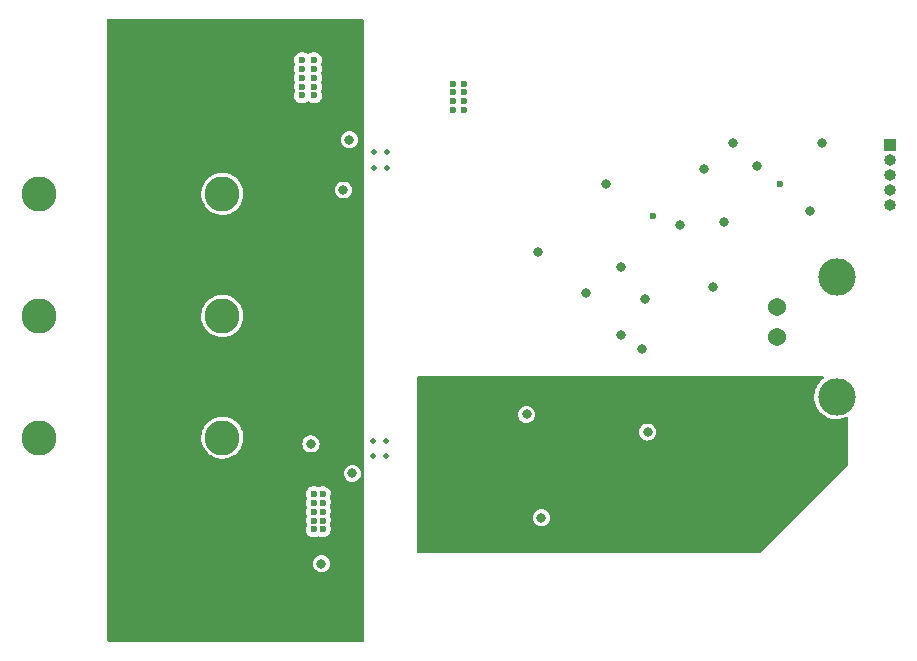
<source format=gbr>
%TF.GenerationSoftware,KiCad,Pcbnew,6.0.4-6f826c9f35~116~ubuntu18.04.1*%
%TF.CreationDate,2022-05-26T20:07:41+01:00*%
%TF.ProjectId,cosmic_ray_detector,636f736d-6963-45f7-9261-795f64657465,1*%
%TF.SameCoordinates,Original*%
%TF.FileFunction,Copper,L3,Inr*%
%TF.FilePolarity,Positive*%
%FSLAX46Y46*%
G04 Gerber Fmt 4.6, Leading zero omitted, Abs format (unit mm)*
G04 Created by KiCad (PCBNEW 6.0.4-6f826c9f35~116~ubuntu18.04.1) date 2022-05-26 20:07:41*
%MOMM*%
%LPD*%
G01*
G04 APERTURE LIST*
%TA.AperFunction,ComponentPad*%
%ADD10C,2.955000*%
%TD*%
%TA.AperFunction,ComponentPad*%
%ADD11C,1.540000*%
%TD*%
%TA.AperFunction,ComponentPad*%
%ADD12C,3.165000*%
%TD*%
%TA.AperFunction,ComponentPad*%
%ADD13C,0.500000*%
%TD*%
%TA.AperFunction,ComponentPad*%
%ADD14R,1.000000X1.000000*%
%TD*%
%TA.AperFunction,ComponentPad*%
%ADD15O,1.000000X1.000000*%
%TD*%
%TA.AperFunction,ViaPad*%
%ADD16C,0.800000*%
%TD*%
%TA.AperFunction,ViaPad*%
%ADD17C,0.600000*%
%TD*%
G04 APERTURE END LIST*
D10*
%TO.N,/Power Regulators/-VIN*%
%TO.C,J3*%
X64750000Y-100970000D03*
X80250000Y-100970000D03*
%TD*%
D11*
%TO.N,GNDA*%
%TO.C,J6*%
X127170000Y-89880000D03*
%TO.N,Net-(J6-Pad1)*%
X127170000Y-92420000D03*
D12*
%TO.N,*%
X132250000Y-87340000D03*
X132250000Y-97500000D03*
%TD*%
D10*
%TO.N,/Power Regulators/+VIN*%
%TO.C,J4*%
X80250000Y-80328100D03*
X64750000Y-80328100D03*
%TD*%
%TO.N,GNDA*%
%TO.C,J5*%
X80250000Y-90670000D03*
X64750000Y-90670000D03*
%TD*%
D13*
%TO.N,GNDA*%
%TO.C,U3*%
X94196000Y-76810000D03*
X94196000Y-78110000D03*
X93096000Y-78110000D03*
X93096000Y-76810000D03*
%TD*%
%TO.N,GNDA*%
%TO.C,U2*%
X94126000Y-101270000D03*
X94126000Y-102570000D03*
X93026000Y-102570000D03*
X93026000Y-101270000D03*
%TD*%
D14*
%TO.N,/threshold_setting/SPI.~{SYNC}*%
%TO.C,J2*%
X136750000Y-76230000D03*
D15*
%TO.N,/threshold_setting/SPI.SCK*%
X136750000Y-77500000D03*
%TO.N,/threshold_setting/SPI.SDI*%
X136750000Y-78770000D03*
%TO.N,/threshold_setting/SPI.SDO*%
X136750000Y-80040000D03*
%TO.N,GNDA*%
X136750000Y-81310000D03*
%TD*%
D16*
%TO.N,GNDA*%
X88640000Y-111650000D03*
X130000000Y-81750000D03*
%TO.N,/Power Regulators/+VIN*%
X91000000Y-75750000D03*
X90500000Y-80000000D03*
%TO.N,/Power Regulators/-VIN*%
X91250000Y-104000000D03*
X87750000Y-101500000D03*
D17*
%TO.N,GNDA*%
X88750000Y-105750000D03*
X88750000Y-106500000D03*
X88750000Y-107250000D03*
X88750000Y-108000000D03*
X88750000Y-108750000D03*
X88000000Y-108750000D03*
X88000000Y-108000000D03*
X88000000Y-107250000D03*
X88000000Y-106500000D03*
X88000000Y-105750000D03*
X88000000Y-69000000D03*
X88000000Y-69750000D03*
X88000000Y-70500000D03*
X88000000Y-71250000D03*
X88000000Y-72000000D03*
X87000000Y-72000000D03*
X87000000Y-71250000D03*
X87000000Y-70500000D03*
X87000000Y-69750000D03*
X87000000Y-69000000D03*
%TO.N,+5VA*%
X99750000Y-73250000D03*
X100750000Y-73250000D03*
X100750000Y-72500000D03*
X99750000Y-72500000D03*
X99750000Y-71750000D03*
X100750000Y-71750000D03*
X100750000Y-71000000D03*
X99750000Y-71000000D03*
%TO.N,-5VA*%
X100000000Y-105250000D03*
X99250000Y-105250000D03*
X98500000Y-105250000D03*
X97750000Y-105250000D03*
X97750000Y-104500000D03*
X98500000Y-104500000D03*
X99250000Y-104500000D03*
X100000000Y-104500000D03*
D16*
%TO.N,GNDA*%
X107000000Y-85250000D03*
X106000000Y-99000000D03*
X116250000Y-100500000D03*
X114000000Y-92250000D03*
X111000000Y-88750000D03*
X114000000Y-86500000D03*
X112750000Y-79500000D03*
%TO.N,+5VA*%
X125500000Y-78000000D03*
X115750000Y-93500000D03*
X116000000Y-89250000D03*
%TO.N,GNDA*%
X107250000Y-107750000D03*
%TO.N,-5VA*%
X105500000Y-102000000D03*
%TO.N,GNDA*%
X121750000Y-88250000D03*
X119000000Y-83000000D03*
X122750000Y-82750000D03*
X121000000Y-78250000D03*
X123500000Y-76000000D03*
X131000000Y-76000000D03*
D17*
%TO.N,/comparator/VREF*%
X116750000Y-82250000D03*
X127500000Y-79500000D03*
%TD*%
%TA.AperFunction,Conductor*%
%TO.N,-5VA*%
G36*
X131135148Y-95770002D02*
G01*
X131181641Y-95823658D01*
X131191745Y-95893932D01*
X131162251Y-95958512D01*
X131140285Y-95978515D01*
X131046665Y-96045417D01*
X130853717Y-96229480D01*
X130688629Y-96438893D01*
X130686392Y-96442745D01*
X130556929Y-96665631D01*
X130556926Y-96665637D01*
X130554695Y-96669478D01*
X130454586Y-96916635D01*
X130390301Y-97175431D01*
X130363122Y-97440702D01*
X130373591Y-97707158D01*
X130421499Y-97969479D01*
X130505891Y-98222434D01*
X130507881Y-98226417D01*
X130507882Y-98226419D01*
X130610186Y-98431159D01*
X130625083Y-98460973D01*
X130776696Y-98680339D01*
X130779718Y-98683608D01*
X130954689Y-98872892D01*
X130954694Y-98872897D01*
X130957705Y-98876154D01*
X131164499Y-99044511D01*
X131392952Y-99182051D01*
X131397047Y-99183785D01*
X131397049Y-99183786D01*
X131634404Y-99284293D01*
X131634411Y-99284295D01*
X131638505Y-99286029D01*
X131896260Y-99354372D01*
X131900684Y-99354896D01*
X131900686Y-99354896D01*
X132006761Y-99367450D01*
X132161072Y-99385714D01*
X132427659Y-99379432D01*
X132578219Y-99354372D01*
X132686310Y-99336381D01*
X132686314Y-99336380D01*
X132690700Y-99335650D01*
X132694941Y-99334309D01*
X132694944Y-99334308D01*
X132940703Y-99256584D01*
X132940705Y-99256583D01*
X132944949Y-99255241D01*
X132948960Y-99253315D01*
X132948965Y-99253313D01*
X133069458Y-99195453D01*
X133139524Y-99183996D01*
X133204662Y-99212239D01*
X133244189Y-99271214D01*
X133250000Y-99309036D01*
X133250000Y-103197810D01*
X133229998Y-103265931D01*
X133213095Y-103286905D01*
X125786905Y-110713095D01*
X125724593Y-110747121D01*
X125697810Y-110750000D01*
X96876000Y-110750000D01*
X96807879Y-110729998D01*
X96761386Y-110676342D01*
X96750000Y-110624000D01*
X96750000Y-107739877D01*
X106525012Y-107739877D01*
X106540785Y-107900748D01*
X106591808Y-108054128D01*
X106595455Y-108060150D01*
X106595456Y-108060152D01*
X106604349Y-108074835D01*
X106675543Y-108192391D01*
X106787830Y-108308668D01*
X106923087Y-108397177D01*
X106929687Y-108399632D01*
X106929688Y-108399632D01*
X107067990Y-108451067D01*
X107067992Y-108451068D01*
X107074592Y-108453522D01*
X107081570Y-108454453D01*
X107081574Y-108454454D01*
X107129806Y-108460889D01*
X107234816Y-108474900D01*
X107241827Y-108474262D01*
X107241831Y-108474262D01*
X107388772Y-108460889D01*
X107395793Y-108460250D01*
X107402495Y-108458072D01*
X107402497Y-108458072D01*
X107542825Y-108412476D01*
X107549525Y-108410299D01*
X107567419Y-108399632D01*
X107682318Y-108331139D01*
X107682320Y-108331138D01*
X107688370Y-108327531D01*
X107805427Y-108216059D01*
X107817788Y-108197455D01*
X107890978Y-108087294D01*
X107894879Y-108081423D01*
X107952280Y-107930315D01*
X107955496Y-107907433D01*
X107974225Y-107774169D01*
X107974226Y-107774162D01*
X107974776Y-107770245D01*
X107975059Y-107750000D01*
X107957041Y-107589364D01*
X107951303Y-107572885D01*
X107906200Y-107443369D01*
X107903882Y-107436712D01*
X107898197Y-107427613D01*
X107821957Y-107305605D01*
X107818224Y-107299631D01*
X107704325Y-107184934D01*
X107567845Y-107098321D01*
X107542658Y-107089352D01*
X107422203Y-107046460D01*
X107422198Y-107046459D01*
X107415568Y-107044098D01*
X107408582Y-107043265D01*
X107408578Y-107043264D01*
X107294624Y-107029676D01*
X107255062Y-107024959D01*
X107248059Y-107025695D01*
X107248058Y-107025695D01*
X107206808Y-107030031D01*
X107094304Y-107041855D01*
X107087636Y-107044125D01*
X106947952Y-107091677D01*
X106947949Y-107091678D01*
X106941285Y-107093947D01*
X106935290Y-107097635D01*
X106935286Y-107097637D01*
X106809610Y-107174954D01*
X106803609Y-107178646D01*
X106688120Y-107291741D01*
X106600556Y-107427613D01*
X106598145Y-107434236D01*
X106598144Y-107434239D01*
X106547681Y-107572885D01*
X106547680Y-107572890D01*
X106545271Y-107579508D01*
X106525012Y-107739877D01*
X96750000Y-107739877D01*
X96750000Y-100489877D01*
X115525012Y-100489877D01*
X115540785Y-100650748D01*
X115591808Y-100804128D01*
X115595455Y-100810150D01*
X115595456Y-100810152D01*
X115604349Y-100824835D01*
X115675543Y-100942391D01*
X115787830Y-101058668D01*
X115923087Y-101147177D01*
X115929687Y-101149632D01*
X115929688Y-101149632D01*
X116067990Y-101201067D01*
X116067992Y-101201068D01*
X116074592Y-101203522D01*
X116081570Y-101204453D01*
X116081574Y-101204454D01*
X116129806Y-101210889D01*
X116234816Y-101224900D01*
X116241827Y-101224262D01*
X116241831Y-101224262D01*
X116388772Y-101210889D01*
X116395793Y-101210250D01*
X116402495Y-101208072D01*
X116402497Y-101208072D01*
X116542825Y-101162476D01*
X116549525Y-101160299D01*
X116567419Y-101149632D01*
X116682318Y-101081139D01*
X116682320Y-101081138D01*
X116688370Y-101077531D01*
X116805427Y-100966059D01*
X116817788Y-100947455D01*
X116890978Y-100837294D01*
X116894879Y-100831423D01*
X116952280Y-100680315D01*
X116955496Y-100657433D01*
X116974225Y-100524169D01*
X116974226Y-100524162D01*
X116974776Y-100520245D01*
X116975059Y-100500000D01*
X116957041Y-100339364D01*
X116951303Y-100322885D01*
X116906200Y-100193369D01*
X116903882Y-100186712D01*
X116898197Y-100177613D01*
X116821957Y-100055605D01*
X116818224Y-100049631D01*
X116704325Y-99934934D01*
X116567845Y-99848321D01*
X116542658Y-99839352D01*
X116422203Y-99796460D01*
X116422198Y-99796459D01*
X116415568Y-99794098D01*
X116408582Y-99793265D01*
X116408578Y-99793264D01*
X116294624Y-99779676D01*
X116255062Y-99774959D01*
X116248059Y-99775695D01*
X116248058Y-99775695D01*
X116206808Y-99780031D01*
X116094304Y-99791855D01*
X116087636Y-99794125D01*
X115947952Y-99841677D01*
X115947949Y-99841678D01*
X115941285Y-99843947D01*
X115935290Y-99847635D01*
X115935286Y-99847637D01*
X115809610Y-99924954D01*
X115803609Y-99928646D01*
X115688120Y-100041741D01*
X115600556Y-100177613D01*
X115598145Y-100184236D01*
X115598144Y-100184239D01*
X115547681Y-100322885D01*
X115547680Y-100322890D01*
X115545271Y-100329508D01*
X115525012Y-100489877D01*
X96750000Y-100489877D01*
X96750000Y-98989877D01*
X105275012Y-98989877D01*
X105290785Y-99150748D01*
X105341808Y-99304128D01*
X105345455Y-99310150D01*
X105345456Y-99310152D01*
X105391155Y-99385609D01*
X105425543Y-99442391D01*
X105537830Y-99558668D01*
X105673087Y-99647177D01*
X105679687Y-99649632D01*
X105679688Y-99649632D01*
X105817990Y-99701067D01*
X105817992Y-99701068D01*
X105824592Y-99703522D01*
X105831570Y-99704453D01*
X105831574Y-99704454D01*
X105879806Y-99710889D01*
X105984816Y-99724900D01*
X105991827Y-99724262D01*
X105991831Y-99724262D01*
X106138772Y-99710889D01*
X106145793Y-99710250D01*
X106152495Y-99708072D01*
X106152497Y-99708072D01*
X106292825Y-99662476D01*
X106299525Y-99660299D01*
X106317419Y-99649632D01*
X106432318Y-99581139D01*
X106432320Y-99581138D01*
X106438370Y-99577531D01*
X106555427Y-99466059D01*
X106567788Y-99447455D01*
X106613468Y-99378700D01*
X106644879Y-99331423D01*
X106702280Y-99180315D01*
X106705496Y-99157433D01*
X106724225Y-99024169D01*
X106724226Y-99024162D01*
X106724776Y-99020245D01*
X106725059Y-99000000D01*
X106707041Y-98839364D01*
X106701303Y-98822885D01*
X106656200Y-98693369D01*
X106653882Y-98686712D01*
X106648197Y-98677613D01*
X106571957Y-98555605D01*
X106568224Y-98549631D01*
X106454325Y-98434934D01*
X106317845Y-98348321D01*
X106292658Y-98339352D01*
X106172203Y-98296460D01*
X106172198Y-98296459D01*
X106165568Y-98294098D01*
X106158582Y-98293265D01*
X106158578Y-98293264D01*
X106044624Y-98279676D01*
X106005062Y-98274959D01*
X105998059Y-98275695D01*
X105998058Y-98275695D01*
X105956808Y-98280031D01*
X105844304Y-98291855D01*
X105837636Y-98294125D01*
X105697952Y-98341677D01*
X105697949Y-98341678D01*
X105691285Y-98343947D01*
X105685290Y-98347635D01*
X105685286Y-98347637D01*
X105627215Y-98383363D01*
X105553609Y-98428646D01*
X105438120Y-98541741D01*
X105350556Y-98677613D01*
X105348145Y-98684236D01*
X105348144Y-98684239D01*
X105297681Y-98822885D01*
X105297680Y-98822890D01*
X105295271Y-98829508D01*
X105275012Y-98989877D01*
X96750000Y-98989877D01*
X96750000Y-95876000D01*
X96770002Y-95807879D01*
X96823658Y-95761386D01*
X96876000Y-95750000D01*
X131067027Y-95750000D01*
X131135148Y-95770002D01*
G37*
%TD.AperFunction*%
%TD*%
%TA.AperFunction,NonConductor*%
G36*
X92192121Y-65520002D02*
G01*
X92238614Y-65573658D01*
X92250000Y-65626000D01*
X92250000Y-118124000D01*
X92229998Y-118192121D01*
X92176342Y-118238614D01*
X92124000Y-118250000D01*
X70626000Y-118250000D01*
X70557879Y-118229998D01*
X70511386Y-118176342D01*
X70500000Y-118124000D01*
X70500000Y-111639877D01*
X87915012Y-111639877D01*
X87930785Y-111800748D01*
X87981808Y-111954128D01*
X87985455Y-111960150D01*
X87985456Y-111960152D01*
X87994349Y-111974835D01*
X88065543Y-112092391D01*
X88177830Y-112208668D01*
X88313087Y-112297177D01*
X88319687Y-112299632D01*
X88319688Y-112299632D01*
X88457990Y-112351067D01*
X88457992Y-112351068D01*
X88464592Y-112353522D01*
X88471570Y-112354453D01*
X88471574Y-112354454D01*
X88519806Y-112360889D01*
X88624816Y-112374900D01*
X88631827Y-112374262D01*
X88631831Y-112374262D01*
X88778772Y-112360889D01*
X88785793Y-112360250D01*
X88792495Y-112358072D01*
X88792497Y-112358072D01*
X88932825Y-112312476D01*
X88939525Y-112310299D01*
X88957419Y-112299632D01*
X89072318Y-112231139D01*
X89072320Y-112231138D01*
X89078370Y-112227531D01*
X89195427Y-112116059D01*
X89207788Y-112097455D01*
X89280978Y-111987294D01*
X89284879Y-111981423D01*
X89342280Y-111830315D01*
X89345496Y-111807433D01*
X89364225Y-111674169D01*
X89364226Y-111674162D01*
X89364776Y-111670245D01*
X89365059Y-111650000D01*
X89347041Y-111489364D01*
X89341303Y-111472885D01*
X89296200Y-111343369D01*
X89293882Y-111336712D01*
X89288197Y-111327613D01*
X89211957Y-111205605D01*
X89208224Y-111199631D01*
X89094325Y-111084934D01*
X88957845Y-110998321D01*
X88932658Y-110989352D01*
X88812203Y-110946460D01*
X88812198Y-110946459D01*
X88805568Y-110944098D01*
X88798582Y-110943265D01*
X88798578Y-110943264D01*
X88684624Y-110929676D01*
X88645062Y-110924959D01*
X88638059Y-110925695D01*
X88638058Y-110925695D01*
X88596808Y-110930031D01*
X88484304Y-110941855D01*
X88477636Y-110944125D01*
X88337952Y-110991677D01*
X88337949Y-110991678D01*
X88331285Y-110993947D01*
X88325290Y-110997635D01*
X88325286Y-110997637D01*
X88199610Y-111074954D01*
X88193609Y-111078646D01*
X88078120Y-111191741D01*
X87990556Y-111327613D01*
X87988145Y-111334236D01*
X87988144Y-111334239D01*
X87937681Y-111472885D01*
X87937680Y-111472890D01*
X87935271Y-111479508D01*
X87915012Y-111639877D01*
X70500000Y-111639877D01*
X70500000Y-108742927D01*
X87324612Y-108742927D01*
X87342420Y-108904234D01*
X87349951Y-108924813D01*
X87395580Y-109049501D01*
X87395582Y-109049505D01*
X87398192Y-109056637D01*
X87402429Y-109062943D01*
X87402431Y-109062946D01*
X87444130Y-109124999D01*
X87488707Y-109191337D01*
X87494325Y-109196449D01*
X87603118Y-109295444D01*
X87603122Y-109295447D01*
X87608739Y-109300558D01*
X87615412Y-109304181D01*
X87615416Y-109304184D01*
X87744686Y-109374371D01*
X87751359Y-109377994D01*
X87908334Y-109419176D01*
X87994250Y-109420526D01*
X88063004Y-109421606D01*
X88063007Y-109421606D01*
X88070601Y-109421725D01*
X88126392Y-109408947D01*
X88221389Y-109387190D01*
X88221393Y-109387189D01*
X88228792Y-109385494D01*
X88318613Y-109340319D01*
X88388456Y-109327580D01*
X88435348Y-109342153D01*
X88501359Y-109377994D01*
X88658334Y-109419176D01*
X88744250Y-109420526D01*
X88813004Y-109421606D01*
X88813007Y-109421606D01*
X88820601Y-109421725D01*
X88876392Y-109408947D01*
X88971389Y-109387190D01*
X88971393Y-109387189D01*
X88978792Y-109385494D01*
X89123774Y-109312576D01*
X89150060Y-109290126D01*
X89241404Y-109212111D01*
X89241406Y-109212108D01*
X89247178Y-109207179D01*
X89341879Y-109075388D01*
X89402410Y-108924813D01*
X89425277Y-108764145D01*
X89425425Y-108750000D01*
X89405928Y-108588889D01*
X89348564Y-108437078D01*
X89345463Y-108432566D01*
X89331807Y-108363820D01*
X89343352Y-108325980D01*
X89341879Y-108325388D01*
X89399577Y-108181861D01*
X89399578Y-108181859D01*
X89402410Y-108174813D01*
X89425277Y-108014145D01*
X89425425Y-108000000D01*
X89405928Y-107838889D01*
X89348564Y-107687078D01*
X89345463Y-107682566D01*
X89331807Y-107613820D01*
X89343352Y-107575980D01*
X89341879Y-107575388D01*
X89399577Y-107431861D01*
X89399578Y-107431859D01*
X89402410Y-107424813D01*
X89425277Y-107264145D01*
X89425425Y-107250000D01*
X89405928Y-107088889D01*
X89348564Y-106937078D01*
X89345463Y-106932566D01*
X89331807Y-106863820D01*
X89343352Y-106825980D01*
X89341879Y-106825388D01*
X89399577Y-106681861D01*
X89399578Y-106681859D01*
X89402410Y-106674813D01*
X89425277Y-106514145D01*
X89425425Y-106500000D01*
X89405928Y-106338889D01*
X89348564Y-106187078D01*
X89345463Y-106182566D01*
X89331807Y-106113820D01*
X89343352Y-106075980D01*
X89341879Y-106075388D01*
X89399577Y-105931861D01*
X89399578Y-105931859D01*
X89402410Y-105924813D01*
X89425277Y-105764145D01*
X89425425Y-105750000D01*
X89405928Y-105588889D01*
X89348564Y-105437078D01*
X89256644Y-105303333D01*
X89135474Y-105195375D01*
X88992051Y-105119436D01*
X88982098Y-105116936D01*
X88842024Y-105081752D01*
X88842021Y-105081752D01*
X88834653Y-105079901D01*
X88827054Y-105079861D01*
X88827052Y-105079861D01*
X88760042Y-105079510D01*
X88672369Y-105079051D01*
X88664989Y-105080823D01*
X88664987Y-105080823D01*
X88521945Y-105115164D01*
X88521941Y-105115165D01*
X88514566Y-105116936D01*
X88507821Y-105120417D01*
X88507822Y-105120417D01*
X88432714Y-105159183D01*
X88363007Y-105172652D01*
X88315967Y-105158573D01*
X88242051Y-105119436D01*
X88232098Y-105116936D01*
X88092024Y-105081752D01*
X88092021Y-105081752D01*
X88084653Y-105079901D01*
X88077054Y-105079861D01*
X88077052Y-105079861D01*
X88010042Y-105079510D01*
X87922369Y-105079051D01*
X87914989Y-105080823D01*
X87914987Y-105080823D01*
X87771945Y-105115164D01*
X87771941Y-105115165D01*
X87764566Y-105116936D01*
X87620355Y-105191369D01*
X87498061Y-105298052D01*
X87404746Y-105430827D01*
X87345795Y-105582029D01*
X87324612Y-105742927D01*
X87342420Y-105904234D01*
X87398192Y-106056637D01*
X87402428Y-106062941D01*
X87404955Y-106067900D01*
X87418060Y-106137677D01*
X87405017Y-106180441D01*
X87404746Y-106180827D01*
X87401989Y-106187898D01*
X87401987Y-106187902D01*
X87348553Y-106324955D01*
X87345795Y-106332029D01*
X87324612Y-106492927D01*
X87342420Y-106654234D01*
X87398192Y-106806637D01*
X87402428Y-106812941D01*
X87404955Y-106817900D01*
X87418060Y-106887677D01*
X87405017Y-106930441D01*
X87404746Y-106930827D01*
X87401989Y-106937898D01*
X87401987Y-106937902D01*
X87348553Y-107074955D01*
X87345795Y-107082029D01*
X87324612Y-107242927D01*
X87342420Y-107404234D01*
X87398192Y-107556637D01*
X87402428Y-107562941D01*
X87404955Y-107567900D01*
X87418060Y-107637677D01*
X87405017Y-107680441D01*
X87404746Y-107680827D01*
X87401989Y-107687898D01*
X87401987Y-107687902D01*
X87348553Y-107824955D01*
X87345795Y-107832029D01*
X87324612Y-107992927D01*
X87342420Y-108154234D01*
X87398192Y-108306637D01*
X87402428Y-108312941D01*
X87404955Y-108317900D01*
X87418060Y-108387677D01*
X87405017Y-108430441D01*
X87404746Y-108430827D01*
X87401989Y-108437898D01*
X87401987Y-108437902D01*
X87348553Y-108574955D01*
X87345795Y-108582029D01*
X87324612Y-108742927D01*
X70500000Y-108742927D01*
X70500000Y-103989877D01*
X90525012Y-103989877D01*
X90540785Y-104150748D01*
X90591808Y-104304128D01*
X90595455Y-104310150D01*
X90595456Y-104310152D01*
X90604349Y-104324835D01*
X90675543Y-104442391D01*
X90787830Y-104558668D01*
X90923087Y-104647177D01*
X90929687Y-104649632D01*
X90929688Y-104649632D01*
X91067990Y-104701067D01*
X91067992Y-104701068D01*
X91074592Y-104703522D01*
X91081570Y-104704453D01*
X91081574Y-104704454D01*
X91129806Y-104710889D01*
X91234816Y-104724900D01*
X91241827Y-104724262D01*
X91241831Y-104724262D01*
X91388772Y-104710889D01*
X91395793Y-104710250D01*
X91402495Y-104708072D01*
X91402497Y-104708072D01*
X91542825Y-104662476D01*
X91549525Y-104660299D01*
X91567419Y-104649632D01*
X91682318Y-104581139D01*
X91682320Y-104581138D01*
X91688370Y-104577531D01*
X91805427Y-104466059D01*
X91817788Y-104447455D01*
X91890978Y-104337294D01*
X91894879Y-104331423D01*
X91952280Y-104180315D01*
X91955496Y-104157433D01*
X91974225Y-104024169D01*
X91974226Y-104024162D01*
X91974776Y-104020245D01*
X91975059Y-104000000D01*
X91957041Y-103839364D01*
X91951303Y-103822885D01*
X91906200Y-103693369D01*
X91903882Y-103686712D01*
X91898197Y-103677613D01*
X91821957Y-103555605D01*
X91818224Y-103549631D01*
X91704325Y-103434934D01*
X91567845Y-103348321D01*
X91542658Y-103339352D01*
X91422203Y-103296460D01*
X91422198Y-103296459D01*
X91415568Y-103294098D01*
X91408582Y-103293265D01*
X91408578Y-103293264D01*
X91294624Y-103279676D01*
X91255062Y-103274959D01*
X91248059Y-103275695D01*
X91248058Y-103275695D01*
X91206808Y-103280031D01*
X91094304Y-103291855D01*
X91087636Y-103294125D01*
X90947952Y-103341677D01*
X90947949Y-103341678D01*
X90941285Y-103343947D01*
X90935290Y-103347635D01*
X90935286Y-103347637D01*
X90809610Y-103424954D01*
X90803609Y-103428646D01*
X90688120Y-103541741D01*
X90600556Y-103677613D01*
X90598145Y-103684236D01*
X90598144Y-103684239D01*
X90547681Y-103822885D01*
X90547680Y-103822890D01*
X90545271Y-103829508D01*
X90525012Y-103989877D01*
X70500000Y-103989877D01*
X70500000Y-100923327D01*
X78467625Y-100923327D01*
X78467849Y-100927993D01*
X78467849Y-100927999D01*
X78473076Y-101036814D01*
X78480304Y-101187291D01*
X78531860Y-101446482D01*
X78533439Y-101450880D01*
X78533441Y-101450887D01*
X78602683Y-101643740D01*
X78621161Y-101695206D01*
X78746245Y-101927998D01*
X78904363Y-102139744D01*
X78907672Y-102143024D01*
X78907677Y-102143030D01*
X79010274Y-102244735D01*
X79092043Y-102325793D01*
X79095805Y-102328551D01*
X79095808Y-102328554D01*
X79213603Y-102414925D01*
X79305161Y-102482058D01*
X79309292Y-102484232D01*
X79309293Y-102484232D01*
X79534901Y-102602930D01*
X79534907Y-102602932D01*
X79539036Y-102605105D01*
X79543443Y-102606644D01*
X79543450Y-102606647D01*
X79784113Y-102690690D01*
X79788529Y-102692232D01*
X79793122Y-102693104D01*
X79944999Y-102721939D01*
X80048160Y-102741525D01*
X80173677Y-102746457D01*
X80307557Y-102751717D01*
X80307562Y-102751717D01*
X80312225Y-102751900D01*
X80414912Y-102740654D01*
X80570270Y-102723640D01*
X80570275Y-102723639D01*
X80574923Y-102723130D01*
X80698138Y-102690690D01*
X80825960Y-102657037D01*
X80825962Y-102657036D01*
X80830483Y-102655846D01*
X80834780Y-102654000D01*
X81068997Y-102553373D01*
X81068999Y-102553372D01*
X81073291Y-102551528D01*
X81182040Y-102484232D01*
X81294040Y-102414925D01*
X81294044Y-102414922D01*
X81298013Y-102412466D01*
X81499711Y-102241716D01*
X81582620Y-102147177D01*
X81670874Y-102046543D01*
X81670878Y-102046538D01*
X81673956Y-102043028D01*
X81727241Y-101960188D01*
X81814391Y-101824697D01*
X81816919Y-101820767D01*
X81925459Y-101579817D01*
X81950825Y-101489877D01*
X87025012Y-101489877D01*
X87040785Y-101650748D01*
X87091808Y-101804128D01*
X87095455Y-101810150D01*
X87095456Y-101810152D01*
X87164331Y-101923877D01*
X87175543Y-101942391D01*
X87287830Y-102058668D01*
X87423087Y-102147177D01*
X87429687Y-102149632D01*
X87429688Y-102149632D01*
X87567990Y-102201067D01*
X87567992Y-102201068D01*
X87574592Y-102203522D01*
X87581570Y-102204453D01*
X87581574Y-102204454D01*
X87629806Y-102210889D01*
X87734816Y-102224900D01*
X87741827Y-102224262D01*
X87741831Y-102224262D01*
X87888772Y-102210889D01*
X87895793Y-102210250D01*
X87902495Y-102208072D01*
X87902497Y-102208072D01*
X88042825Y-102162476D01*
X88049525Y-102160299D01*
X88067419Y-102149632D01*
X88182318Y-102081139D01*
X88182320Y-102081138D01*
X88188370Y-102077531D01*
X88305427Y-101966059D01*
X88317788Y-101947455D01*
X88390978Y-101837294D01*
X88394879Y-101831423D01*
X88445056Y-101699332D01*
X88449780Y-101686897D01*
X88449781Y-101686895D01*
X88452280Y-101680315D01*
X88455496Y-101657433D01*
X88474225Y-101524169D01*
X88474226Y-101524162D01*
X88474776Y-101520245D01*
X88475059Y-101500000D01*
X88457041Y-101339364D01*
X88451303Y-101322885D01*
X88406200Y-101193369D01*
X88403882Y-101186712D01*
X88398197Y-101177613D01*
X88321957Y-101055605D01*
X88318224Y-101049631D01*
X88204325Y-100934934D01*
X88193398Y-100927999D01*
X88152114Y-100901800D01*
X88067845Y-100848321D01*
X88042658Y-100839352D01*
X87922203Y-100796460D01*
X87922198Y-100796459D01*
X87915568Y-100794098D01*
X87908582Y-100793265D01*
X87908578Y-100793264D01*
X87794624Y-100779676D01*
X87755062Y-100774959D01*
X87748059Y-100775695D01*
X87748058Y-100775695D01*
X87706808Y-100780031D01*
X87594304Y-100791855D01*
X87587636Y-100794125D01*
X87447952Y-100841677D01*
X87447949Y-100841678D01*
X87441285Y-100843947D01*
X87435290Y-100847635D01*
X87435286Y-100847637D01*
X87319820Y-100918673D01*
X87303609Y-100928646D01*
X87188120Y-101041741D01*
X87100556Y-101177613D01*
X87098145Y-101184236D01*
X87098144Y-101184239D01*
X87047681Y-101322885D01*
X87047680Y-101322890D01*
X87045271Y-101329508D01*
X87025012Y-101489877D01*
X81950825Y-101489877D01*
X81997192Y-101325470D01*
X82030542Y-101063314D01*
X82030901Y-101049631D01*
X82032903Y-100973160D01*
X82032986Y-100970000D01*
X82024224Y-100852100D01*
X82013747Y-100711110D01*
X82013746Y-100711106D01*
X82013401Y-100706458D01*
X81955078Y-100448705D01*
X81939554Y-100408785D01*
X81860990Y-100206758D01*
X81860989Y-100206756D01*
X81859297Y-100202405D01*
X81837837Y-100164857D01*
X81730481Y-99977025D01*
X81728162Y-99972967D01*
X81564555Y-99765432D01*
X81372069Y-99584360D01*
X81330413Y-99555462D01*
X81158776Y-99436392D01*
X81158773Y-99436390D01*
X81154934Y-99433727D01*
X81150744Y-99431661D01*
X81150741Y-99431659D01*
X80922106Y-99318909D01*
X80922103Y-99318908D01*
X80917918Y-99316844D01*
X80871196Y-99301888D01*
X80670675Y-99237701D01*
X80670677Y-99237701D01*
X80666230Y-99236278D01*
X80523544Y-99213040D01*
X80410009Y-99194550D01*
X80410008Y-99194550D01*
X80405397Y-99193799D01*
X80273274Y-99192070D01*
X80145828Y-99190401D01*
X80145825Y-99190401D01*
X80141151Y-99190340D01*
X79879296Y-99225977D01*
X79625585Y-99299927D01*
X79385591Y-99410565D01*
X79381682Y-99413128D01*
X79168500Y-99552896D01*
X79168495Y-99552900D01*
X79164587Y-99555462D01*
X78967427Y-99731434D01*
X78798443Y-99934615D01*
X78661348Y-100160541D01*
X78659539Y-100164855D01*
X78659538Y-100164857D01*
X78641968Y-100206758D01*
X78559152Y-100404250D01*
X78494102Y-100660388D01*
X78467625Y-100923327D01*
X70500000Y-100923327D01*
X70500000Y-90623327D01*
X78467625Y-90623327D01*
X78467849Y-90627993D01*
X78467849Y-90627999D01*
X78473965Y-90755309D01*
X78480304Y-90887291D01*
X78531860Y-91146482D01*
X78533439Y-91150880D01*
X78533441Y-91150887D01*
X78619578Y-91390797D01*
X78621161Y-91395206D01*
X78746245Y-91627998D01*
X78904363Y-91839744D01*
X78907672Y-91843024D01*
X78907677Y-91843030D01*
X79010274Y-91944735D01*
X79092043Y-92025793D01*
X79095805Y-92028551D01*
X79095808Y-92028554D01*
X79213603Y-92114925D01*
X79305161Y-92182058D01*
X79309292Y-92184232D01*
X79309293Y-92184232D01*
X79534901Y-92302930D01*
X79534907Y-92302932D01*
X79539036Y-92305105D01*
X79543443Y-92306644D01*
X79543450Y-92306647D01*
X79784113Y-92390690D01*
X79788529Y-92392232D01*
X79793122Y-92393104D01*
X79944999Y-92421939D01*
X80048160Y-92441525D01*
X80173677Y-92446457D01*
X80307557Y-92451717D01*
X80307562Y-92451717D01*
X80312225Y-92451900D01*
X80414912Y-92440654D01*
X80570270Y-92423640D01*
X80570275Y-92423639D01*
X80574923Y-92423130D01*
X80698138Y-92390690D01*
X80825960Y-92357037D01*
X80825962Y-92357036D01*
X80830483Y-92355846D01*
X80834780Y-92354000D01*
X81068997Y-92253373D01*
X81068999Y-92253372D01*
X81073291Y-92251528D01*
X81182040Y-92184232D01*
X81294040Y-92114925D01*
X81294044Y-92114922D01*
X81298013Y-92112466D01*
X81499711Y-91941716D01*
X81520883Y-91917574D01*
X81670874Y-91746543D01*
X81670878Y-91746538D01*
X81673956Y-91743028D01*
X81816919Y-91520767D01*
X81925459Y-91279817D01*
X81997192Y-91025470D01*
X82030542Y-90763314D01*
X82032986Y-90670000D01*
X82013401Y-90406458D01*
X81955078Y-90148705D01*
X81939554Y-90108785D01*
X81860990Y-89906758D01*
X81860989Y-89906756D01*
X81859297Y-89902405D01*
X81837837Y-89864857D01*
X81730481Y-89677025D01*
X81728162Y-89672967D01*
X81564555Y-89465432D01*
X81372069Y-89284360D01*
X81330413Y-89255462D01*
X81158776Y-89136392D01*
X81158773Y-89136390D01*
X81154934Y-89133727D01*
X81150744Y-89131661D01*
X81150741Y-89131659D01*
X80922106Y-89018909D01*
X80922103Y-89018908D01*
X80917918Y-89016844D01*
X80871196Y-89001888D01*
X80670675Y-88937701D01*
X80670677Y-88937701D01*
X80666230Y-88936278D01*
X80523544Y-88913040D01*
X80410009Y-88894550D01*
X80410008Y-88894550D01*
X80405397Y-88893799D01*
X80273274Y-88892070D01*
X80145828Y-88890401D01*
X80145825Y-88890401D01*
X80141151Y-88890340D01*
X79879296Y-88925977D01*
X79625585Y-88999927D01*
X79385591Y-89110565D01*
X79381682Y-89113128D01*
X79168500Y-89252896D01*
X79168495Y-89252900D01*
X79164587Y-89255462D01*
X78967427Y-89431434D01*
X78798443Y-89634615D01*
X78661348Y-89860541D01*
X78659539Y-89864855D01*
X78659538Y-89864857D01*
X78641968Y-89906758D01*
X78559152Y-90104250D01*
X78494102Y-90360388D01*
X78467625Y-90623327D01*
X70500000Y-90623327D01*
X70500000Y-80281427D01*
X78467625Y-80281427D01*
X78467849Y-80286093D01*
X78467849Y-80286099D01*
X78470026Y-80331423D01*
X78480304Y-80545391D01*
X78531860Y-80804582D01*
X78533439Y-80808980D01*
X78533441Y-80808987D01*
X78619578Y-81048897D01*
X78621161Y-81053306D01*
X78746245Y-81286098D01*
X78904363Y-81497844D01*
X78907672Y-81501124D01*
X78907677Y-81501130D01*
X79010274Y-81602835D01*
X79092043Y-81683893D01*
X79095805Y-81686651D01*
X79095808Y-81686654D01*
X79213603Y-81773025D01*
X79305161Y-81840158D01*
X79309292Y-81842332D01*
X79309293Y-81842332D01*
X79534901Y-81961030D01*
X79534907Y-81961032D01*
X79539036Y-81963205D01*
X79543443Y-81964744D01*
X79543450Y-81964747D01*
X79784113Y-82048790D01*
X79788529Y-82050332D01*
X79793122Y-82051204D01*
X79944999Y-82080039D01*
X80048160Y-82099625D01*
X80173677Y-82104557D01*
X80307557Y-82109817D01*
X80307562Y-82109817D01*
X80312225Y-82110000D01*
X80414912Y-82098754D01*
X80570270Y-82081740D01*
X80570275Y-82081739D01*
X80574923Y-82081230D01*
X80698138Y-82048790D01*
X80825960Y-82015137D01*
X80825962Y-82015136D01*
X80830483Y-82013946D01*
X80834780Y-82012100D01*
X81068997Y-81911473D01*
X81068999Y-81911472D01*
X81073291Y-81909628D01*
X81182040Y-81842332D01*
X81294040Y-81773025D01*
X81294044Y-81773022D01*
X81298013Y-81770566D01*
X81499711Y-81599816D01*
X81520883Y-81575674D01*
X81670874Y-81404643D01*
X81670878Y-81404638D01*
X81673956Y-81401128D01*
X81816919Y-81178867D01*
X81925459Y-80937917D01*
X81997192Y-80683570D01*
X82015365Y-80540719D01*
X82030144Y-80424544D01*
X82030144Y-80424540D01*
X82030542Y-80421414D01*
X82032986Y-80328100D01*
X82022493Y-80186897D01*
X82013747Y-80069210D01*
X82013746Y-80069206D01*
X82013401Y-80064558D01*
X81996503Y-79989877D01*
X89775012Y-79989877D01*
X89790785Y-80150748D01*
X89841808Y-80304128D01*
X89845455Y-80310150D01*
X89845456Y-80310152D01*
X89910928Y-80418258D01*
X89925543Y-80442391D01*
X90037830Y-80558668D01*
X90173087Y-80647177D01*
X90179687Y-80649632D01*
X90179688Y-80649632D01*
X90317990Y-80701067D01*
X90317992Y-80701068D01*
X90324592Y-80703522D01*
X90331570Y-80704453D01*
X90331574Y-80704454D01*
X90379806Y-80710889D01*
X90484816Y-80724900D01*
X90491827Y-80724262D01*
X90491831Y-80724262D01*
X90638772Y-80710889D01*
X90645793Y-80710250D01*
X90652495Y-80708072D01*
X90652497Y-80708072D01*
X90792825Y-80662476D01*
X90799525Y-80660299D01*
X90817419Y-80649632D01*
X90932318Y-80581139D01*
X90932320Y-80581138D01*
X90938370Y-80577531D01*
X91055427Y-80466059D01*
X91067788Y-80447455D01*
X91140978Y-80337294D01*
X91144879Y-80331423D01*
X91202280Y-80180315D01*
X91205496Y-80157433D01*
X91224225Y-80024169D01*
X91224226Y-80024162D01*
X91224776Y-80020245D01*
X91225059Y-80000000D01*
X91207041Y-79839364D01*
X91201303Y-79822885D01*
X91156200Y-79693369D01*
X91153882Y-79686712D01*
X91148197Y-79677613D01*
X91071957Y-79555605D01*
X91068224Y-79549631D01*
X91033477Y-79514640D01*
X90959287Y-79439931D01*
X90954325Y-79434934D01*
X90817845Y-79348321D01*
X90759089Y-79327399D01*
X90672203Y-79296460D01*
X90672198Y-79296459D01*
X90665568Y-79294098D01*
X90658582Y-79293265D01*
X90658578Y-79293264D01*
X90544624Y-79279676D01*
X90505062Y-79274959D01*
X90498059Y-79275695D01*
X90498058Y-79275695D01*
X90456808Y-79280031D01*
X90344304Y-79291855D01*
X90337636Y-79294125D01*
X90197952Y-79341677D01*
X90197949Y-79341678D01*
X90191285Y-79343947D01*
X90185290Y-79347635D01*
X90185286Y-79347637D01*
X90059610Y-79424954D01*
X90053609Y-79428646D01*
X90048576Y-79433575D01*
X89957302Y-79522957D01*
X89938120Y-79541741D01*
X89850556Y-79677613D01*
X89848145Y-79684236D01*
X89848144Y-79684239D01*
X89797681Y-79822885D01*
X89797680Y-79822890D01*
X89795271Y-79829508D01*
X89775012Y-79989877D01*
X81996503Y-79989877D01*
X81955078Y-79806805D01*
X81939554Y-79766885D01*
X81860990Y-79564858D01*
X81860989Y-79564856D01*
X81859297Y-79560505D01*
X81856497Y-79555605D01*
X81740183Y-79352100D01*
X81728162Y-79331067D01*
X81564555Y-79123532D01*
X81372069Y-78942460D01*
X81330413Y-78913562D01*
X81158776Y-78794492D01*
X81158773Y-78794490D01*
X81154934Y-78791827D01*
X81150744Y-78789761D01*
X81150741Y-78789759D01*
X80922106Y-78677009D01*
X80922103Y-78677008D01*
X80917918Y-78674944D01*
X80871196Y-78659988D01*
X80670675Y-78595801D01*
X80670677Y-78595801D01*
X80666230Y-78594378D01*
X80523544Y-78571140D01*
X80410009Y-78552650D01*
X80410008Y-78552650D01*
X80405397Y-78551899D01*
X80273274Y-78550169D01*
X80145828Y-78548501D01*
X80145825Y-78548501D01*
X80141151Y-78548440D01*
X79879296Y-78584077D01*
X79625585Y-78658027D01*
X79385591Y-78768665D01*
X79381682Y-78771228D01*
X79168500Y-78910996D01*
X79168495Y-78911000D01*
X79164587Y-78913562D01*
X78967427Y-79089534D01*
X78798443Y-79292715D01*
X78661348Y-79518641D01*
X78659539Y-79522955D01*
X78659538Y-79522957D01*
X78590870Y-79686712D01*
X78559152Y-79762350D01*
X78558001Y-79766882D01*
X78558000Y-79766885D01*
X78539593Y-79839364D01*
X78494102Y-80018488D01*
X78467625Y-80281427D01*
X70500000Y-80281427D01*
X70500000Y-75739877D01*
X90275012Y-75739877D01*
X90290785Y-75900748D01*
X90341808Y-76054128D01*
X90345455Y-76060150D01*
X90345456Y-76060152D01*
X90354349Y-76074835D01*
X90425543Y-76192391D01*
X90537830Y-76308668D01*
X90673087Y-76397177D01*
X90679687Y-76399632D01*
X90679688Y-76399632D01*
X90817990Y-76451067D01*
X90817992Y-76451068D01*
X90824592Y-76453522D01*
X90831570Y-76454453D01*
X90831574Y-76454454D01*
X90879806Y-76460889D01*
X90984816Y-76474900D01*
X90991827Y-76474262D01*
X90991831Y-76474262D01*
X91138772Y-76460889D01*
X91145793Y-76460250D01*
X91152495Y-76458072D01*
X91152497Y-76458072D01*
X91292825Y-76412476D01*
X91299525Y-76410299D01*
X91317419Y-76399632D01*
X91432318Y-76331139D01*
X91432320Y-76331138D01*
X91438370Y-76327531D01*
X91555427Y-76216059D01*
X91567788Y-76197455D01*
X91640978Y-76087294D01*
X91644879Y-76081423D01*
X91702280Y-75930315D01*
X91705496Y-75907433D01*
X91724225Y-75774169D01*
X91724226Y-75774162D01*
X91724776Y-75770245D01*
X91725059Y-75750000D01*
X91707041Y-75589364D01*
X91701303Y-75572885D01*
X91656200Y-75443369D01*
X91653882Y-75436712D01*
X91648197Y-75427613D01*
X91571957Y-75305605D01*
X91568224Y-75299631D01*
X91454325Y-75184934D01*
X91317845Y-75098321D01*
X91292658Y-75089352D01*
X91172203Y-75046460D01*
X91172198Y-75046459D01*
X91165568Y-75044098D01*
X91158582Y-75043265D01*
X91158578Y-75043264D01*
X91044624Y-75029676D01*
X91005062Y-75024959D01*
X90998059Y-75025695D01*
X90998058Y-75025695D01*
X90956808Y-75030031D01*
X90844304Y-75041855D01*
X90837636Y-75044125D01*
X90697952Y-75091677D01*
X90697949Y-75091678D01*
X90691285Y-75093947D01*
X90685290Y-75097635D01*
X90685286Y-75097637D01*
X90559610Y-75174954D01*
X90553609Y-75178646D01*
X90438120Y-75291741D01*
X90350556Y-75427613D01*
X90348145Y-75434236D01*
X90348144Y-75434239D01*
X90297681Y-75572885D01*
X90297680Y-75572890D01*
X90295271Y-75579508D01*
X90275012Y-75739877D01*
X70500000Y-75739877D01*
X70500000Y-71992927D01*
X86324612Y-71992927D01*
X86342420Y-72154234D01*
X86349951Y-72174813D01*
X86395580Y-72299501D01*
X86395582Y-72299505D01*
X86398192Y-72306637D01*
X86402429Y-72312943D01*
X86402431Y-72312946D01*
X86444130Y-72374999D01*
X86488707Y-72441337D01*
X86494325Y-72446449D01*
X86603118Y-72545444D01*
X86603122Y-72545447D01*
X86608739Y-72550558D01*
X86615412Y-72554181D01*
X86615416Y-72554184D01*
X86744686Y-72624371D01*
X86751359Y-72627994D01*
X86908334Y-72669176D01*
X86994250Y-72670526D01*
X87063004Y-72671606D01*
X87063007Y-72671606D01*
X87070601Y-72671725D01*
X87126392Y-72658947D01*
X87221389Y-72637190D01*
X87221393Y-72637189D01*
X87228792Y-72635494D01*
X87373774Y-72562576D01*
X87417322Y-72525383D01*
X87482109Y-72496353D01*
X87552309Y-72506958D01*
X87583951Y-72528003D01*
X87603118Y-72545444D01*
X87603122Y-72545447D01*
X87608739Y-72550558D01*
X87751359Y-72627994D01*
X87908334Y-72669176D01*
X87994250Y-72670526D01*
X88063004Y-72671606D01*
X88063007Y-72671606D01*
X88070601Y-72671725D01*
X88126392Y-72658947D01*
X88221389Y-72637190D01*
X88221393Y-72637189D01*
X88228792Y-72635494D01*
X88373774Y-72562576D01*
X88417320Y-72525384D01*
X88491404Y-72462111D01*
X88491406Y-72462108D01*
X88497178Y-72457179D01*
X88591879Y-72325388D01*
X88652410Y-72174813D01*
X88675277Y-72014145D01*
X88675425Y-72000000D01*
X88655928Y-71838889D01*
X88598564Y-71687078D01*
X88595463Y-71682566D01*
X88581807Y-71613820D01*
X88593352Y-71575980D01*
X88591879Y-71575388D01*
X88649577Y-71431861D01*
X88649578Y-71431859D01*
X88652410Y-71424813D01*
X88675277Y-71264145D01*
X88675425Y-71250000D01*
X88655928Y-71088889D01*
X88598564Y-70937078D01*
X88595463Y-70932566D01*
X88581807Y-70863820D01*
X88593352Y-70825980D01*
X88591879Y-70825388D01*
X88649577Y-70681861D01*
X88649578Y-70681859D01*
X88652410Y-70674813D01*
X88675277Y-70514145D01*
X88675425Y-70500000D01*
X88655928Y-70338889D01*
X88598564Y-70187078D01*
X88595463Y-70182566D01*
X88581807Y-70113820D01*
X88593352Y-70075980D01*
X88591879Y-70075388D01*
X88649577Y-69931861D01*
X88649578Y-69931859D01*
X88652410Y-69924813D01*
X88675277Y-69764145D01*
X88675425Y-69750000D01*
X88655928Y-69588889D01*
X88598564Y-69437078D01*
X88595463Y-69432566D01*
X88581807Y-69363820D01*
X88593352Y-69325980D01*
X88591879Y-69325388D01*
X88649577Y-69181861D01*
X88649578Y-69181859D01*
X88652410Y-69174813D01*
X88675277Y-69014145D01*
X88675425Y-69000000D01*
X88655928Y-68838889D01*
X88598564Y-68687078D01*
X88506644Y-68553333D01*
X88499403Y-68546881D01*
X88450786Y-68503566D01*
X88385474Y-68445375D01*
X88242051Y-68369436D01*
X88232098Y-68366936D01*
X88092024Y-68331752D01*
X88092021Y-68331752D01*
X88084653Y-68329901D01*
X88077054Y-68329861D01*
X88077052Y-68329861D01*
X88010042Y-68329510D01*
X87922369Y-68329051D01*
X87914989Y-68330823D01*
X87914987Y-68330823D01*
X87771945Y-68365164D01*
X87771941Y-68365165D01*
X87764566Y-68366936D01*
X87620355Y-68441369D01*
X87584112Y-68472986D01*
X87583112Y-68473858D01*
X87518630Y-68503566D01*
X87448323Y-68493696D01*
X87416464Y-68472986D01*
X87391145Y-68450428D01*
X87385474Y-68445375D01*
X87242051Y-68369436D01*
X87232098Y-68366936D01*
X87092024Y-68331752D01*
X87092021Y-68331752D01*
X87084653Y-68329901D01*
X87077054Y-68329861D01*
X87077052Y-68329861D01*
X87010042Y-68329510D01*
X86922369Y-68329051D01*
X86914989Y-68330823D01*
X86914987Y-68330823D01*
X86771945Y-68365164D01*
X86771941Y-68365165D01*
X86764566Y-68366936D01*
X86620355Y-68441369D01*
X86614633Y-68446361D01*
X86614631Y-68446362D01*
X86503788Y-68543056D01*
X86498061Y-68548052D01*
X86404746Y-68680827D01*
X86345795Y-68832029D01*
X86324612Y-68992927D01*
X86342420Y-69154234D01*
X86398192Y-69306637D01*
X86402428Y-69312941D01*
X86404955Y-69317900D01*
X86418060Y-69387677D01*
X86405017Y-69430441D01*
X86404746Y-69430827D01*
X86401989Y-69437898D01*
X86401987Y-69437902D01*
X86348553Y-69574955D01*
X86345795Y-69582029D01*
X86324612Y-69742927D01*
X86342420Y-69904234D01*
X86398192Y-70056637D01*
X86402428Y-70062941D01*
X86404955Y-70067900D01*
X86418060Y-70137677D01*
X86405017Y-70180441D01*
X86404746Y-70180827D01*
X86401989Y-70187898D01*
X86401987Y-70187902D01*
X86348553Y-70324955D01*
X86345795Y-70332029D01*
X86324612Y-70492927D01*
X86342420Y-70654234D01*
X86398192Y-70806637D01*
X86402428Y-70812941D01*
X86404955Y-70817900D01*
X86418060Y-70887677D01*
X86405017Y-70930441D01*
X86404746Y-70930827D01*
X86401989Y-70937898D01*
X86401987Y-70937902D01*
X86348553Y-71074955D01*
X86345795Y-71082029D01*
X86324612Y-71242927D01*
X86342420Y-71404234D01*
X86398192Y-71556637D01*
X86402428Y-71562941D01*
X86404955Y-71567900D01*
X86418060Y-71637677D01*
X86405017Y-71680441D01*
X86404746Y-71680827D01*
X86401989Y-71687898D01*
X86401987Y-71687902D01*
X86348553Y-71824955D01*
X86345795Y-71832029D01*
X86324612Y-71992927D01*
X70500000Y-71992927D01*
X70500000Y-65626000D01*
X70520002Y-65557879D01*
X70573658Y-65511386D01*
X70626000Y-65500000D01*
X92124000Y-65500000D01*
X92192121Y-65520002D01*
G37*
%TD.AperFunction*%
M02*

</source>
